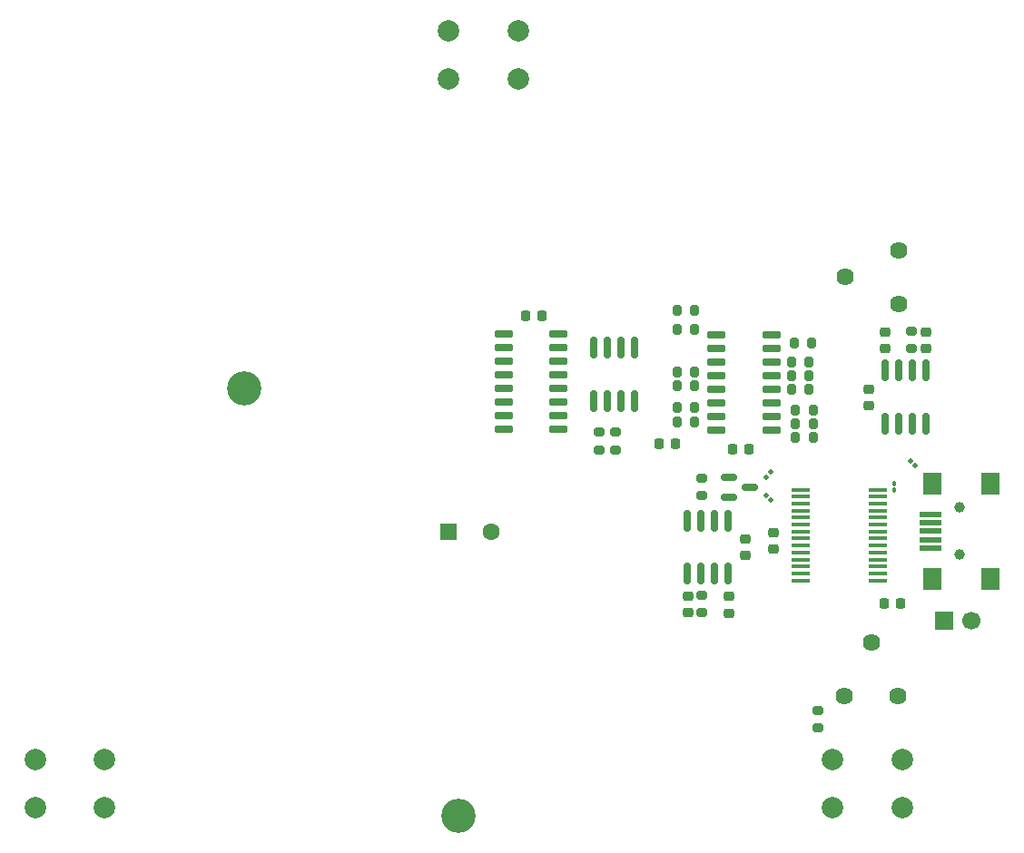
<source format=gbr>
%TF.GenerationSoftware,KiCad,Pcbnew,9.0.1*%
%TF.CreationDate,2025-07-27T01:52:17-03:00*%
%TF.ProjectId,board,626f6172-642e-46b6-9963-61645f706362,rev?*%
%TF.SameCoordinates,Original*%
%TF.FileFunction,Soldermask,Top*%
%TF.FilePolarity,Negative*%
%FSLAX46Y46*%
G04 Gerber Fmt 4.6, Leading zero omitted, Abs format (unit mm)*
G04 Created by KiCad (PCBNEW 9.0.1) date 2025-07-27 01:52:17*
%MOMM*%
%LPD*%
G01*
G04 APERTURE LIST*
G04 Aperture macros list*
%AMRoundRect*
0 Rectangle with rounded corners*
0 $1 Rounding radius*
0 $2 $3 $4 $5 $6 $7 $8 $9 X,Y pos of 4 corners*
0 Add a 4 corners polygon primitive as box body*
4,1,4,$2,$3,$4,$5,$6,$7,$8,$9,$2,$3,0*
0 Add four circle primitives for the rounded corners*
1,1,$1+$1,$2,$3*
1,1,$1+$1,$4,$5*
1,1,$1+$1,$6,$7*
1,1,$1+$1,$8,$9*
0 Add four rect primitives between the rounded corners*
20,1,$1+$1,$2,$3,$4,$5,0*
20,1,$1+$1,$4,$5,$6,$7,0*
20,1,$1+$1,$6,$7,$8,$9,0*
20,1,$1+$1,$8,$9,$2,$3,0*%
G04 Aperture macros list end*
%ADD10RoundRect,0.100000X-0.100000X0.130000X-0.100000X-0.130000X0.100000X-0.130000X0.100000X0.130000X0*%
%ADD11RoundRect,0.100000X-0.162635X0.021213X0.021213X-0.162635X0.162635X-0.021213X-0.021213X0.162635X0*%
%ADD12C,3.200000*%
%ADD13RoundRect,0.225000X0.225000X0.250000X-0.225000X0.250000X-0.225000X-0.250000X0.225000X-0.250000X0*%
%ADD14RoundRect,0.225000X0.250000X-0.225000X0.250000X0.225000X-0.250000X0.225000X-0.250000X-0.225000X0*%
%ADD15RoundRect,0.200000X0.275000X-0.200000X0.275000X0.200000X-0.275000X0.200000X-0.275000X-0.200000X0*%
%ADD16RoundRect,0.200000X-0.200000X-0.275000X0.200000X-0.275000X0.200000X0.275000X-0.200000X0.275000X0*%
%ADD17RoundRect,0.150000X0.150000X-0.825000X0.150000X0.825000X-0.150000X0.825000X-0.150000X-0.825000X0*%
%ADD18C,1.620000*%
%ADD19RoundRect,0.225000X-0.225000X-0.250000X0.225000X-0.250000X0.225000X0.250000X-0.225000X0.250000X0*%
%ADD20RoundRect,0.200000X0.200000X0.275000X-0.200000X0.275000X-0.200000X-0.275000X0.200000X-0.275000X0*%
%ADD21R,1.700000X1.700000*%
%ADD22C,1.700000*%
%ADD23RoundRect,0.200000X-0.275000X0.200000X-0.275000X-0.200000X0.275000X-0.200000X0.275000X0.200000X0*%
%ADD24RoundRect,0.225000X-0.250000X0.225000X-0.250000X-0.225000X0.250000X-0.225000X0.250000X0.225000X0*%
%ADD25RoundRect,0.100000X-0.021213X-0.162635X0.162635X0.021213X0.021213X0.162635X-0.162635X-0.021213X0*%
%ADD26RoundRect,0.150000X-0.725000X-0.150000X0.725000X-0.150000X0.725000X0.150000X-0.725000X0.150000X0*%
%ADD27R,1.600000X1.600000*%
%ADD28C,1.600000*%
%ADD29C,2.000000*%
%ADD30RoundRect,0.150000X-0.150000X0.825000X-0.150000X-0.825000X0.150000X-0.825000X0.150000X0.825000X0*%
%ADD31RoundRect,0.150000X0.725000X0.150000X-0.725000X0.150000X-0.725000X-0.150000X0.725000X-0.150000X0*%
%ADD32RoundRect,0.150000X-0.587500X-0.150000X0.587500X-0.150000X0.587500X0.150000X-0.587500X0.150000X0*%
%ADD33C,1.000000*%
%ADD34R,2.000000X0.500000*%
%ADD35R,1.700000X2.000000*%
%ADD36R,1.750000X0.450000*%
G04 APERTURE END LIST*
D10*
%TO.C,C12*%
X110610000Y-64640000D03*
X110610000Y-64000000D03*
%TD*%
D11*
%TO.C,C13*%
X112576274Y-62356274D03*
X112123726Y-61903726D03*
%TD*%
%TO.C,C15*%
X99076274Y-65596274D03*
X98623726Y-65143726D03*
%TD*%
D12*
%TO.C,H2*%
X70000000Y-95000000D03*
%TD*%
%TO.C,H1*%
X49950000Y-55170000D03*
%TD*%
D13*
%TO.C,C7*%
X90218000Y-60325000D03*
X88668000Y-60325000D03*
%TD*%
D14*
%TO.C,C4*%
X95152000Y-76109000D03*
X95152000Y-74559000D03*
%TD*%
D15*
%TO.C,R2*%
X103530400Y-86829400D03*
X103530400Y-85179400D03*
%TD*%
D16*
%TO.C,R5*%
X101029000Y-52705000D03*
X102679000Y-52705000D03*
%TD*%
D17*
%TO.C,U2*%
X109763000Y-58417000D03*
X111033000Y-58417000D03*
X112303000Y-58417000D03*
X113573000Y-58417000D03*
X113573000Y-53467000D03*
X112303000Y-53467000D03*
X111033000Y-53467000D03*
X109763000Y-53467000D03*
%TD*%
D18*
%TO.C,RV1*%
X110993000Y-42271000D03*
X105993000Y-44771000D03*
X110993000Y-47271000D03*
%TD*%
D19*
%TO.C,C8*%
X95526000Y-60833000D03*
X97076000Y-60833000D03*
%TD*%
D20*
%TO.C,R14*%
X92011000Y-47879000D03*
X90361000Y-47879000D03*
%TD*%
D21*
%TO.C,J1*%
X115234400Y-76835400D03*
D22*
X117774400Y-76835400D03*
%TD*%
D23*
%TO.C,R1*%
X112176000Y-49813000D03*
X112176000Y-51463000D03*
%TD*%
D16*
%TO.C,R15*%
X101410000Y-59740800D03*
X103060000Y-59740800D03*
%TD*%
%TO.C,R9*%
X101029000Y-55245000D03*
X102679000Y-55245000D03*
%TD*%
%TO.C,R8*%
X101410000Y-58420000D03*
X103060000Y-58420000D03*
%TD*%
D14*
%TO.C,C6*%
X91342000Y-76051000D03*
X91342000Y-74501000D03*
%TD*%
D23*
%TO.C,R16*%
X83093000Y-59246000D03*
X83093000Y-60896000D03*
%TD*%
D20*
%TO.C,R3*%
X92011000Y-49657000D03*
X90361000Y-49657000D03*
%TD*%
D24*
%TO.C,C11*%
X99314000Y-68567000D03*
X99314000Y-70117000D03*
%TD*%
%TO.C,C1*%
X109763000Y-49863000D03*
X109763000Y-51413000D03*
%TD*%
D16*
%TO.C,R6*%
X101029000Y-53975000D03*
X102679000Y-53975000D03*
%TD*%
D20*
%TO.C,R13*%
X92011000Y-58293000D03*
X90361000Y-58293000D03*
%TD*%
D25*
%TO.C,C14*%
X98673726Y-63426274D03*
X99126274Y-62973726D03*
%TD*%
D26*
%TO.C,U3*%
X74168000Y-50038000D03*
X74168000Y-51308000D03*
X74168000Y-52578000D03*
X74168000Y-53848000D03*
X74168000Y-55118000D03*
X74168000Y-56388000D03*
X74168000Y-57658000D03*
X74168000Y-58928000D03*
X79318000Y-58928000D03*
X79318000Y-57658000D03*
X79318000Y-56388000D03*
X79318000Y-55118000D03*
X79318000Y-53848000D03*
X79318000Y-52578000D03*
X79318000Y-51308000D03*
X79318000Y-50038000D03*
%TD*%
D24*
%TO.C,C2*%
X113573000Y-49898000D03*
X113573000Y-51448000D03*
%TD*%
D16*
%TO.C,R7*%
X101410000Y-57150000D03*
X103060000Y-57150000D03*
%TD*%
D27*
%TO.C,BZ1*%
X69000000Y-68500000D03*
D28*
X73000000Y-68500000D03*
%TD*%
D20*
%TO.C,R11*%
X92011000Y-53594000D03*
X90361000Y-53594000D03*
%TD*%
D29*
%TO.C,SW1*%
X69038400Y-21778400D03*
X75538400Y-21778400D03*
X69038400Y-26278400D03*
X75538400Y-26278400D03*
%TD*%
D16*
%TO.C,R4*%
X101283000Y-50927000D03*
X102933000Y-50927000D03*
%TD*%
D29*
%TO.C,SW4*%
X111352400Y-94299600D03*
X104852400Y-94299600D03*
X111352400Y-89799600D03*
X104852400Y-89799600D03*
%TD*%
D30*
%TO.C,U5*%
X95123000Y-67502000D03*
X93853000Y-67502000D03*
X92583000Y-67502000D03*
X91313000Y-67502000D03*
X91313000Y-72452000D03*
X92583000Y-72452000D03*
X93853000Y-72452000D03*
X95123000Y-72452000D03*
%TD*%
D20*
%TO.C,R10*%
X92011000Y-54864000D03*
X90361000Y-54864000D03*
%TD*%
D14*
%TO.C,C9*%
X96676000Y-70717000D03*
X96676000Y-69167000D03*
%TD*%
D31*
%TO.C,U1*%
X99187000Y-59055000D03*
X99187000Y-57785000D03*
X99187000Y-56515000D03*
X99187000Y-55245000D03*
X99187000Y-53975000D03*
X99187000Y-52705000D03*
X99187000Y-51435000D03*
X99187000Y-50165000D03*
X94037000Y-50165000D03*
X94037000Y-51435000D03*
X94037000Y-52705000D03*
X94037000Y-53975000D03*
X94037000Y-55245000D03*
X94037000Y-56515000D03*
X94037000Y-57785000D03*
X94037000Y-59055000D03*
%TD*%
D20*
%TO.C,R12*%
X92011000Y-56896000D03*
X90361000Y-56896000D03*
%TD*%
D32*
%TO.C,Q2*%
X95230500Y-63439000D03*
X95230500Y-65339000D03*
X97105500Y-64389000D03*
%TD*%
D23*
%TO.C,R20*%
X92612000Y-63528000D03*
X92612000Y-65178000D03*
%TD*%
D15*
%TO.C,R19*%
X92612000Y-76101000D03*
X92612000Y-74451000D03*
%TD*%
D24*
%TO.C,C3*%
X108239000Y-55232000D03*
X108239000Y-56782000D03*
%TD*%
D18*
%TO.C,RV2*%
X110953000Y-83881600D03*
X108453000Y-78881600D03*
X105953000Y-83881600D03*
%TD*%
D33*
%TO.C,J2*%
X116730200Y-70678400D03*
X116730200Y-66278400D03*
D34*
X114030200Y-70078400D03*
X114030200Y-69278400D03*
X114030200Y-68478400D03*
X114030200Y-67678400D03*
X114030200Y-66878400D03*
D35*
X114130200Y-72928400D03*
X119580200Y-72928400D03*
X114130200Y-64028400D03*
X119580200Y-64028400D03*
%TD*%
D36*
%TO.C,U6*%
X109111600Y-73059000D03*
X109111600Y-72409000D03*
X109111600Y-71759000D03*
X109111600Y-71109000D03*
X109111600Y-70459000D03*
X109111600Y-69809000D03*
X109111600Y-69159000D03*
X109111600Y-68509000D03*
X109111600Y-67859000D03*
X109111600Y-67209000D03*
X109111600Y-66559000D03*
X109111600Y-65909000D03*
X109111600Y-65259000D03*
X109111600Y-64609000D03*
X101911600Y-64609000D03*
X101911600Y-65259000D03*
X101911600Y-65909000D03*
X101911600Y-66559000D03*
X101911600Y-67209000D03*
X101911600Y-67859000D03*
X101911600Y-68509000D03*
X101911600Y-69159000D03*
X101911600Y-69809000D03*
X101911600Y-70459000D03*
X101911600Y-71109000D03*
X101911600Y-71759000D03*
X101911600Y-72409000D03*
X101911600Y-73059000D03*
%TD*%
D13*
%TO.C,C5*%
X77737000Y-48387000D03*
X76187000Y-48387000D03*
%TD*%
D17*
%TO.C,U4*%
X82585000Y-56323000D03*
X83855000Y-56323000D03*
X85125000Y-56323000D03*
X86395000Y-56323000D03*
X86395000Y-51373000D03*
X85125000Y-51373000D03*
X83855000Y-51373000D03*
X82585000Y-51373000D03*
%TD*%
D19*
%TO.C,C10*%
X109664200Y-75234800D03*
X111214200Y-75234800D03*
%TD*%
D15*
%TO.C,R17*%
X84617000Y-60896000D03*
X84617000Y-59246000D03*
%TD*%
D29*
%TO.C,SW2*%
X30481200Y-89748800D03*
X36981200Y-89748800D03*
X30481200Y-94248800D03*
X36981200Y-94248800D03*
%TD*%
M02*

</source>
